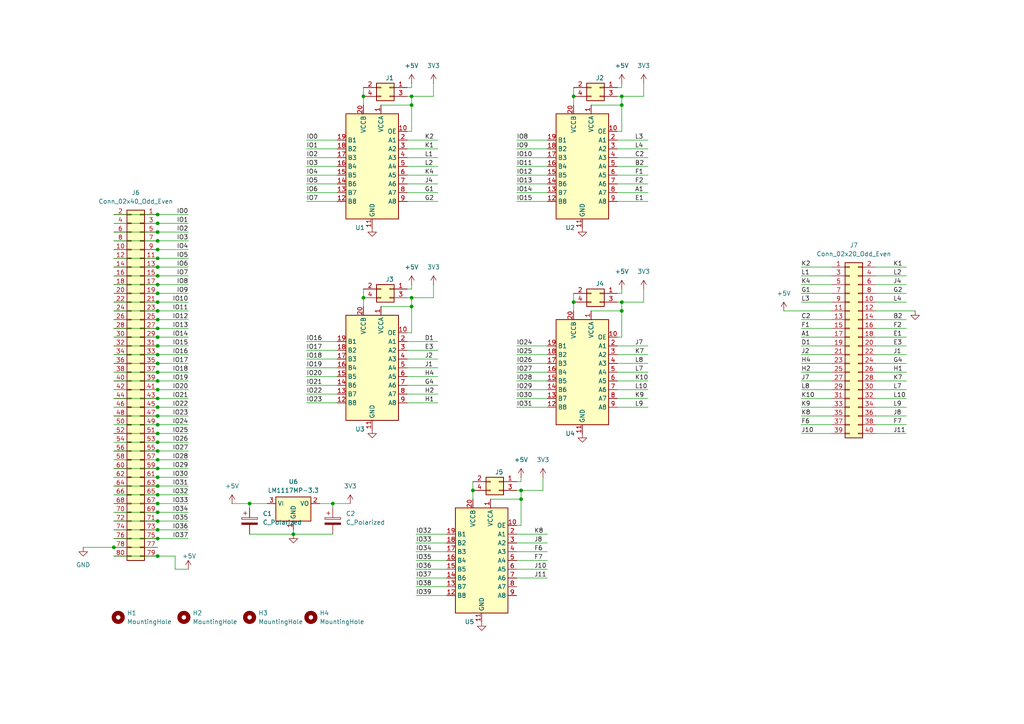
<source format=kicad_sch>
(kicad_sch (version 20250114) (generator "eeschema") (generator_version "9.0")
  (paper "A4")
  (lib_symbols
    (symbol "Connector_Generic:Conn_02x02_Odd_Even" (pin_names (offset 1.016) (hide yes))
      (property "Reference" "J" (at 1.27 2.54 0))
      (property "Value" "Conn_02x02_Odd_Even" (at 1.27 -5.08 0))
      (symbol "Conn_02x02_Odd_Even_1_1"
        (pin passive line (at -5.08 0 0) (length 3.81) (name "Pin_1") (number "1"))
        (pin passive line (at -5.08 -2.54 0) (length 3.81) (name "Pin_3") (number "3"))
        (pin passive line (at 7.62 0 180) (length 3.81) (name "Pin_2") (number "2"))
        (pin passive line (at 7.62 -2.54 180) (length 3.81) (name "Pin_4") (number "4"))
      )
    )
    (symbol "Connector_Generic:Conn_02x20_Odd_Even" (pin_names (offset 1.016) (hide yes))
      (property "Reference" "J" (at 1.27 25.4 0))
      (property "Value" "Conn_02x20_Odd_Even" (at 1.27 -27.94 0))
      (symbol "Conn_02x20_Odd_Even_1_1"
        (pin passive line (at -5.08 22.86 0) (length 3.81) (name "Pin_1") (number "1"))
        (pin passive line (at -5.08 20.32 0) (length 3.81) (name "Pin_3") (number "3"))
        (pin passive line (at -5.08 17.78 0) (length 3.81) (name "Pin_5") (number "5"))
        (pin passive line (at -5.08 15.24 0) (length 3.81) (name "Pin_7") (number "7"))
        (pin passive line (at -5.08 12.7 0) (length 3.81) (name "Pin_9") (number "9"))
        (pin passive line (at -5.08 10.16 0) (length 3.81) (name "Pin_11") (number "11"))
        (pin passive line (at -5.08 7.62 0) (length 3.81) (name "Pin_13") (number "13"))
        (pin passive line (at -5.08 5.08 0) (length 3.81) (name "Pin_15") (number "15"))
        (pin passive line (at -5.08 2.54 0) (length 3.81) (name "Pin_17") (number "17"))
        (pin passive line (at -5.08 0 0) (length 3.81) (name "Pin_19") (number "19"))
        (pin passive line (at -5.08 -2.54 0) (length 3.81) (name "Pin_21") (number "21"))
        (pin passive line (at -5.08 -5.08 0) (length 3.81) (name "Pin_23") (number "23"))
        (pin passive line (at -5.08 -7.62 0) (length 3.81) (name "Pin_25") (number "25"))
        (pin passive line (at -5.08 -10.16 0) (length 3.81) (name "Pin_27") (number "27"))
        (pin passive line (at -5.08 -12.7 0) (length 3.81) (name "Pin_29") (number "29"))
        (pin passive line (at -5.08 -15.24 0) (length 3.81) (name "Pin_31") (number "31"))
        (pin passive line (at -5.08 -17.78 0) (length 3.81) (name "Pin_33") (number "33"))
        (pin passive line (at -5.08 -20.32 0) (length 3.81) (name "Pin_35") (number "35"))
        (pin passive line (at -5.08 -22.86 0) (length 3.81) (name "Pin_37") (number "37"))
        (pin passive line (at -5.08 -25.4 0) (length 3.81) (name "Pin_39") (number "39"))
        (pin passive line (at 7.62 22.86 180) (length 3.81) (name "Pin_2") (number "2"))
        (pin passive line (at 7.62 20.32 180) (length 3.81) (name "Pin_4") (number "4"))
        (pin passive line (at 7.62 17.78 180) (length 3.81) (name "Pin_6") (number "6"))
        (pin passive line (at 7.62 15.24 180) (length 3.81) (name "Pin_8") (number "8"))
        (pin passive line (at 7.62 12.7 180) (length 3.81) (name "Pin_10") (number "10"))
        (pin passive line (at 7.62 10.16 180) (length 3.81) (name "Pin_12") (number "12"))
        (pin passive line (at 7.62 7.62 180) (length 3.81) (name "Pin_14") (number "14"))
        (pin passive line (at 7.62 5.08 180) (length 3.81) (name "Pin_16") (number "16"))
        (pin passive line (at 7.62 2.54 180) (length 3.81) (name "Pin_18") (number "18"))
        (pin passive line (at 7.62 0 180) (length 3.81) (name "Pin_20") (number "20"))
        (pin passive line (at 7.62 -2.54 180) (length 3.81) (name "Pin_22") (number "22"))
        (pin passive line (at 7.62 -5.08 180) (length 3.81) (name "Pin_24") (number "24"))
        (pin passive line (at 7.62 -7.62 180) (length 3.81) (name "Pin_26") (number "26"))
        (pin passive line (at 7.62 -10.16 180) (length 3.81) (name "Pin_28") (number "28"))
        (pin passive line (at 7.62 -12.7 180) (length 3.81) (name "Pin_30") (number "30"))
        (pin passive line (at 7.62 -15.24 180) (length 3.81) (name "Pin_32") (number "32"))
        (pin passive line (at 7.62 -17.78 180) (length 3.81) (name "Pin_34") (number "34"))
        (pin passive line (at 7.62 -20.32 180) (length 3.81) (name "Pin_36") (number "36"))
        (pin passive line (at 7.62 -22.86 180) (length 3.81) (name "Pin_38") (number "38"))
        (pin passive line (at 7.62 -25.4 180) (length 3.81) (name "Pin_40") (number "40"))
      )
    )
    (symbol "Connector_Generic:Conn_02x40_Odd_Even" (pin_names (offset 1.016) (hide yes))
      (property "Reference" "J" (at 1.27 50.8 0))
      (property "Value" "Conn_02x40_Odd_Even" (at 1.27 -53.34 0))
      (symbol "Conn_02x40_Odd_Even_1_1"
        (pin passive line (at -5.08 48.26 0) (length 3.81) (name "Pin_1") (number "1"))
        (pin passive line (at -5.08 45.72 0) (length 3.81) (name "Pin_3") (number "3"))
        (pin passive line (at -5.08 43.18 0) (length 3.81) (name "Pin_5") (number "5"))
        (pin passive line (at -5.08 40.64 0) (length 3.81) (name "Pin_7") (number "7"))
        (pin passive line (at -5.08 38.1 0) (length 3.81) (name "Pin_9") (number "9"))
        (pin passive line (at -5.08 35.56 0) (length 3.81) (name "Pin_11") (number "11"))
        (pin passive line (at -5.08 33.02 0) (length 3.81) (name "Pin_13") (number "13"))
        (pin passive line (at -5.08 30.48 0) (length 3.81) (name "Pin_15") (number "15"))
        (pin passive line (at -5.08 27.94 0) (length 3.81) (name "Pin_17") (number "17"))
        (pin passive line (at -5.08 25.4 0) (length 3.81) (name "Pin_19") (number "19"))
        (pin passive line (at -5.08 22.86 0) (length 3.81) (name "Pin_21") (number "21"))
        (pin passive line (at -5.08 20.32 0) (length 3.81) (name "Pin_23") (number "23"))
        (pin passive line (at -5.08 17.78 0) (length 3.81) (name "Pin_25") (number "25"))
        (pin passive line (at -5.08 15.24 0) (length 3.81) (name "Pin_27") (number "27"))
        (pin passive line (at -5.08 12.7 0) (length 3.81) (name "Pin_29") (number "29"))
        (pin passive line (at -5.08 10.16 0) (length 3.81) (name "Pin_31") (number "31"))
        (pin passive line (at -5.08 7.62 0) (length 3.81) (name "Pin_33") (number "33"))
        (pin passive line (at -5.08 5.08 0) (length 3.81) (name "Pin_35") (number "35"))
        (pin passive line (at -5.08 2.54 0) (length 3.81) (name "Pin_37") (number "37"))
        (pin passive line (at -5.08 0 0) (length 3.81) (name "Pin_39") (number "39"))
        (pin passive line (at -5.08 -2.54 0) (length 3.81) (name "Pin_41") (number "41"))
        (pin passive line (at -5.08 -5.08 0) (length 3.81) (name "Pin_43") (number "43"))
        (pin passive line (at -5.08 -7.62 0) (length 3.81) (name "Pin_45") (number "45"))
        (pin passive line (at -5.08 -10.16 0) (length 3.81) (name "Pin_47") (number "47"))
        (pin passive line (at -5.08 -12.7 0) (length 3.81) (name "Pin_49") (number "49"))
        (pin passive line (at -5.08 -15.24 0) (length 3.81) (name "Pin_51") (number "51"))
        (pin passive line (at -5.08 -17.78 0) (length 3.81) (name "Pin_53") (number "53"))
        (pin passive line (at -5.08 -20.32 0) (length 3.81) (name "Pin_55") (number "55"))
        (pin passive line (at -5.08 -22.86 0) (length 3.81) (name "Pin_57") (number "57"))
        (pin passive line (at -5.08 -25.4 0) (length 3.81) (name "Pin_59") (number "59"))
        (pin passive line (at -5.08 -27.94 0) (length 3.81) (name "Pin_61") (number "61"))
        (pin passive line (at -5.08 -30.48 0) (length 3.81) (name "Pin_63") (number "63"))
        (pin passive line (at -5.08 -33.02 0) (length 3.81) (name "Pin_65") (number "65"))
        (pin passive line (at -5.08 -35.56 0) (length 3.81) (name "Pin_67") (number "67"))
        (pin passive line (at -5.08 -38.1 0) (length 3.81) (name "Pin_69") (number "69"))
        (pin passive line (at -5.08 -40.64 0) (length 3.81) (name "Pin_71") (number "71"))
        (pin passive line (at -5.08 -43.18 0) (length 3.81) (name "Pin_73") (number "73"))
        (pin passive line (at -5.08 -45.72 0) (length 3.81) (name "Pin_75") (number "75"))
        (pin passive line (at -5.08 -48.26 0) (length 3.81) (name "Pin_77") (number "77"))
        (pin passive line (at -5.08 -50.8 0) (length 3.81) (name "Pin_79") (number "79"))
        (pin passive line (at 7.62 48.26 180) (length 3.81) (name "Pin_2") (number "2"))
        (pin passive line (at 7.62 45.72 180) (length 3.81) (name "Pin_4") (number "4"))
        (pin passive line (at 7.62 43.18 180) (length 3.81) (name "Pin_6") (number "6"))
        (pin passive line (at 7.62 40.64 180) (length 3.81) (name "Pin_8") (number "8"))
        (pin passive line (at 7.62 38.1 180) (length 3.81) (name "Pin_10") (number "10"))
        (pin passive line (at 7.62 35.56 180) (length 3.81) (name "Pin_12") (number "12"))
        (pin passive line (at 7.62 33.02 180) (length 3.81) (name "Pin_14") (number "14"))
        (pin passive line (at 7.62 30.48 180) (length 3.81) (name "Pin_16") (number "16"))
        (pin passive line (at 7.62 27.94 180) (length 3.81) (name "Pin_18") (number "18"))
        (pin passive line (at 7.62 25.4 180) (length 3.81) (name "Pin_20") (number "20"))
        (pin passive line (at 7.62 22.86 180) (length 3.81) (name "Pin_22") (number "22"))
        (pin passive line (at 7.62 20.32 180) (length 3.81) (name "Pin_24") (number "24"))
        (pin passive line (at 7.62 17.78 180) (length 3.81) (name "Pin_26") (number "26"))
        (pin passive line (at 7.62 15.24 180) (length 3.81) (name "Pin_28") (number "28"))
        (pin passive line (at 7.62 12.7 180) (length 3.81) (name "Pin_30") (number "30"))
        (pin passive line (at 7.62 10.16 180) (length 3.81) (name "Pin_32") (number "32"))
        (pin passive line (at 7.62 7.62 180) (length 3.81) (name "Pin_34") (number "34"))
        (pin passive line (at 7.62 5.08 180) (length 3.81) (name "Pin_36") (number "36"))
        (pin passive line (at 7.62 2.54 180) (length 3.81) (name "Pin_38") (number "38"))
        (pin passive line (at 7.62 0 180) (length 3.81) (name "Pin_40") (number "40"))
        (pin passive line (at 7.62 -2.54 180) (length 3.81) (name "Pin_42") (number "42"))
        (pin passive line (at 7.62 -5.08 180) (length 3.81) (name "Pin_44") (number "44"))
        (pin passive line (at 7.62 -7.62 180) (length 3.81) (name "Pin_46") (number "46"))
        (pin passive line (at 7.62 -10.16 180) (length 3.81) (name "Pin_48") (number "48"))
        (pin passive line (at 7.62 -12.7 180) (length 3.81) (name "Pin_50") (number "50"))
        (pin passive line (at 7.62 -15.24 180) (length 3.81) (name "Pin_52") (number "52"))
        (pin passive line (at 7.62 -17.78 180) (length 3.81) (name "Pin_54") (number "54"))
        (pin passive line (at 7.62 -20.32 180) (length 3.81) (name "Pin_56") (number "56"))
        (pin passive line (at 7.62 -22.86 180) (length 3.81) (name "Pin_58") (number "58"))
        (pin passive line (at 7.62 -25.4 180) (length 3.81) (name "Pin_60") (number "60"))
        (pin passive line (at 7.62 -27.94 180) (length 3.81) (name "Pin_62") (number "62"))
        (pin passive line (at 7.62 -30.48 180) (length 3.81) (name "Pin_64") (number "64"))
        (pin passive line (at 7.62 -33.02 180) (length 3.81) (name "Pin_66") (number "66"))
        (pin passive line (at 7.62 -35.56 180) (length 3.81) (name "Pin_68") (number "68"))
        (pin passive line (at 7.62 -38.1 180) (length 3.81) (name "Pin_70") (number "70"))
        (pin passive line (at 7.62 -40.64 180) (length 3.81) (name "Pin_72") (number "72"))
        (pin passive line (at 7.62 -43.18 180) (length 3.81) (name "Pin_74") (number "74"))
        (pin passive line (at 7.62 -45.72 180) (length 3.81) (name "Pin_76") (number "76"))
        (pin passive line (at 7.62 -48.26 180) (length 3.81) (name "Pin_78") (number "78"))
        (pin passive line (at 7.62 -50.8 180) (length 3.81) (name "Pin_80") (number "80"))
      )
    )
    (symbol "Device:C_Polarized" (pin_numbers (hide yes)) (pin_names (offset 0.254))
      (property "Reference" "C" (at 0.635 2.54 0))
      (property "Value" "C_Polarized" (at 0.635 -2.54 0))
      (symbol "C_Polarized_1_1"
        (pin passive line (at 0 3.81 270) (length 2.794) (name "~") (number "1"))
        (pin passive line (at 0 -3.81 90) (length 2.794) (name "~") (number "2"))
      )
    )
    (symbol "Library:Level_Shifter_Module_HW-221"
      (property "Reference" "U" (at -6.35 16.51 0))
      (property "Value" "Level_Shifter_Module_HW-221" (at 3.81 16.51 0))
      (symbol "Level_Shifter_Module_HW-221_1_1"
        (pin input line (at -10.16 10.16 0) (length 2.54) (name "OE") (number "10"))
        (pin bidirectional line (at -10.16 7.62 0) (length 2.54) (name "A1") (number "2"))
        (pin bidirectional line (at -10.16 5.08 0) (length 2.54) (name "A2") (number "3"))
        (pin bidirectional line (at -10.16 2.54 0) (length 2.54) (name "A3") (number "4"))
        (pin bidirectional line (at -10.16 0 0) (length 2.54) (name "A4") (number "5"))
        (pin bidirectional line (at -10.16 -2.54 0) (length 2.54) (name "A5") (number "6"))
        (pin bidirectional line (at -10.16 -5.08 0) (length 2.54) (name "A6") (number "7"))
        (pin bidirectional line (at -10.16 -7.62 0) (length 2.54) (name "A7") (number "8"))
        (pin bidirectional line (at -10.16 -10.16 0) (length 2.54) (name "A8") (number "9"))
        (pin power_in line (at -2.54 17.78 270) (length 2.54) (name "VCCA") (number "1"))
        (pin power_in line (at 0 -17.78 90) (length 2.54) (name "GND") (number "11"))
        (pin power_in line (at 2.54 17.78 270) (length 2.54) (name "VCCB") (number "20"))
        (pin bidirectional line (at 10.16 7.62 180) (length 2.54) (name "B1") (number "19"))
        (pin bidirectional line (at 10.16 5.08 180) (length 2.54) (name "B2") (number "18"))
        (pin bidirectional line (at 10.16 2.54 180) (length 2.54) (name "B3") (number "17"))
        (pin bidirectional line (at 10.16 0 180) (length 2.54) (name "B4") (number "16"))
        (pin bidirectional line (at 10.16 -2.54 180) (length 2.54) (name "B5") (number "15"))
        (pin bidirectional line (at 10.16 -5.08 180) (length 2.54) (name "B6") (number "14"))
        (pin bidirectional line (at 10.16 -7.62 180) (length 2.54) (name "B7") (number "13"))
        (pin bidirectional line (at 10.16 -10.16 180) (length 2.54) (name "B8") (number "12"))
      )
    )
    (symbol "Mechanical:MountingHole" (pin_names (offset 1.016)) (exclude_from_sim yes) (in_bom no)
      (property "Reference" "H" (at 0 5.08 0))
      (property "Value" "MountingHole" (at 0 3.175 0))
    )
    (symbol "Regulator_Linear:LM1117MP-3.3"
      (property "Reference" "U" (at -3.81 3.175 0))
      (property "Value" "LM1117MP-3.3" (at 0 3.175 0))
      (symbol "LM1117MP-3.3_1_1"
        (pin power_in line (at -7.62 0 0) (length 2.54) (name "VI") (number "3"))
        (pin power_in line (at 0 -7.62 90) (length 2.54) (name "GND") (number "1"))
        (pin power_out line (at 7.62 0 180) (length 2.54) (name "VO") (number "2"))
      )
    )
    (symbol "power:GND" (power) (pin_numbers (hide yes)) (pin_names (offset 0) (hide yes))
      (property "Value" "GND" (at 0 -3.81 0))
      (symbol "GND_1_1"
        (pin power_in line (at 0 0 270) (length 0) (name "~") (number "1"))
      )
    )
    (symbol "power:VCC" (power) (pin_numbers (hide yes)) (pin_names (offset 0) (hide yes))
      (property "Value" "VCC" (at 0 3.556 0))
      (symbol "VCC_1_1"
        (pin power_in line (at 0 0 90) (length 0) (name "~") (number "1"))
      )
    )
  )
  (junction (at 45.72 90.17))
  (junction (at 45.72 97.79))
  (junction (at 85.09 154.94))
  (junction (at 45.72 74.93))
  (junction (at 45.72 118.11))
  (junction (at 45.72 80.01))
  (junction (at 180.34 87.63))
  (junction (at 45.72 138.43))
  (junction (at 45.72 87.63))
  (junction (at 45.72 105.41))
  (junction (at 45.72 92.71))
  (junction (at 166.37 87.63))
  (junction (at 45.72 120.65))
  (junction (at 180.34 27.94))
  (junction (at 45.72 62.23))
  (junction (at 166.37 27.94))
  (junction (at 45.72 100.33))
  (junction (at 45.72 72.39))
  (junction (at 45.72 102.87))
  (junction (at 180.34 90.17))
  (junction (at 45.72 151.13))
  (junction (at 119.38 30.48))
  (junction (at 151.13 142.24))
  (junction (at 45.72 156.21))
  (junction (at 45.72 107.95))
  (junction (at 45.72 146.05))
  (junction (at 45.72 130.81))
  (junction (at 45.72 135.89))
  (junction (at 33.02 158.75))
  (junction (at 45.72 140.97))
  (junction (at 45.72 125.73))
  (junction (at 119.38 86.36))
  (junction (at 45.72 128.27))
  (junction (at 45.72 123.19))
  (junction (at 45.72 113.03))
  (junction (at 45.72 161.29))
  (junction (at 45.72 64.77))
  (junction (at 45.72 133.35))
  (junction (at 45.72 115.57))
  (junction (at 45.72 85.09))
  (junction (at 45.72 95.25))
  (junction (at 45.72 143.51))
  (junction (at 137.16 142.24))
  (junction (at 105.41 86.36))
  (junction (at 45.72 110.49))
  (junction (at 45.72 82.55))
  (junction (at 72.39 146.05))
  (junction (at 96.52 146.05))
  (junction (at 151.13 144.78))
  (junction (at 45.72 67.31))
  (junction (at 45.72 69.85))
  (junction (at 119.38 88.9))
  (junction (at 180.34 30.48))
  (junction (at 45.72 77.47))
  (junction (at 45.72 148.59))
  (junction (at 105.41 27.94))
  (junction (at 119.38 27.94))
  (junction (at 45.72 153.67))
  (wire (pts (xy 118.11 55.88) (xy 127 55.88)))
  (wire (pts (xy 33.02 161.29) (xy 45.72 161.29)))
  (wire (pts (xy 88.9 99.06) (xy 97.79 99.06)))
  (wire (pts (xy 33.02 158.75) (xy 45.72 158.75)))
  (wire (pts (xy 179.07 50.8) (xy 187.96 50.8)))
  (wire (pts (xy 180.34 85.09) (xy 180.34 83.82)))
  (wire (pts (xy 72.39 154.94) (xy 85.09 154.94)))
  (wire (pts (xy 179.07 97.79) (xy 180.34 97.79)))
  (wire (pts (xy 179.07 58.42) (xy 187.96 58.42)))
  (wire (pts (xy 232.41 110.49) (xy 241.3 110.49)))
  (wire (pts (xy 149.86 160.02) (xy 158.75 160.02)))
  (wire (pts (xy 54.61 80.01) (xy 45.72 80.01)))
  (wire (pts (xy 33.02 102.87) (xy 45.72 102.87)))
  (wire (pts (xy 179.07 102.87) (xy 187.96 102.87)))
  (wire (pts (xy 118.11 111.76) (xy 127 111.76)))
  (wire (pts (xy 118.11 114.3) (xy 127 114.3)))
  (wire (pts (xy 254 87.63) (xy 262.89 87.63)))
  (wire (pts (xy 88.9 40.64) (xy 97.79 40.64)))
  (wire (pts (xy 54.61 151.13) (xy 45.72 151.13)))
  (wire (pts (xy 179.07 118.11) (xy 187.96 118.11)))
  (wire (pts (xy 33.02 64.77) (xy 45.72 64.77)))
  (wire (pts (xy 118.11 58.42) (xy 127 58.42)))
  (wire (pts (xy 54.61 118.11) (xy 45.72 118.11)))
  (wire (pts (xy 54.61 133.35) (xy 45.72 133.35)))
  (wire (pts (xy 179.07 48.26) (xy 187.96 48.26)))
  (wire (pts (xy 118.11 99.06) (xy 127 99.06)))
  (wire (pts (xy 33.02 135.89) (xy 45.72 135.89)))
  (wire (pts (xy 50.8 161.29) (xy 50.8 165.1)))
  (wire (pts (xy 54.61 67.31) (xy 45.72 67.31)))
  (wire (pts (xy 171.45 90.17) (xy 180.34 90.17)))
  (wire (pts (xy 232.41 82.55) (xy 241.3 82.55)))
  (wire (pts (xy 118.11 83.82) (xy 119.38 83.82)))
  (wire (pts (xy 166.37 85.09) (xy 166.37 87.63)))
  (wire (pts (xy 179.07 115.57) (xy 187.96 115.57)))
  (wire (pts (xy 33.02 151.13) (xy 45.72 151.13)))
  (wire (pts (xy 149.86 55.88) (xy 158.75 55.88)))
  (wire (pts (xy 142.24 144.78) (xy 151.13 144.78)))
  (wire (pts (xy 33.02 87.63) (xy 45.72 87.63)))
  (wire (pts (xy 149.86 100.33) (xy 158.75 100.33)))
  (wire (pts (xy 180.34 27.94) (xy 186.69 27.94)))
  (wire (pts (xy 88.9 111.76) (xy 97.79 111.76)))
  (wire (pts (xy 110.49 30.48) (xy 119.38 30.48)))
  (wire (pts (xy 120.65 167.64) (xy 129.54 167.64)))
  (wire (pts (xy 118.11 40.64) (xy 127 40.64)))
  (wire (pts (xy 33.02 69.85) (xy 45.72 69.85)))
  (wire (pts (xy 232.41 123.19) (xy 241.3 123.19)))
  (wire (pts (xy 88.9 101.6) (xy 97.79 101.6)))
  (wire (pts (xy 166.37 90.17) (xy 166.37 87.63)))
  (wire (pts (xy 118.11 50.8) (xy 127 50.8)))
  (wire (pts (xy 54.61 148.59) (xy 45.72 148.59)))
  (wire (pts (xy 33.02 90.17) (xy 45.72 90.17)))
  (wire (pts (xy 180.34 30.48) (xy 180.34 27.94)))
  (wire (pts (xy 149.86 142.24) (xy 151.13 142.24)))
  (wire (pts (xy 33.02 115.57) (xy 45.72 115.57)))
  (wire (pts (xy 33.02 148.59) (xy 45.72 148.59)))
  (wire (pts (xy 33.02 67.31) (xy 45.72 67.31)))
  (wire (pts (xy 67.31 146.05) (xy 72.39 146.05)))
  (wire (pts (xy 33.02 118.11) (xy 45.72 118.11)))
  (wire (pts (xy 33.02 82.55) (xy 45.72 82.55)))
  (wire (pts (xy 120.65 170.18) (xy 129.54 170.18)))
  (wire (pts (xy 149.86 53.34) (xy 158.75 53.34)))
  (wire (pts (xy 179.07 53.34) (xy 187.96 53.34)))
  (wire (pts (xy 33.02 92.71) (xy 45.72 92.71)))
  (wire (pts (xy 54.61 138.43) (xy 45.72 138.43)))
  (wire (pts (xy 254 107.95) (xy 262.89 107.95)))
  (wire (pts (xy 33.02 85.09) (xy 45.72 85.09)))
  (wire (pts (xy 254 80.01) (xy 262.89 80.01)))
  (wire (pts (xy 166.37 25.4) (xy 166.37 27.94)))
  (wire (pts (xy 232.41 95.25) (xy 241.3 95.25)))
  (wire (pts (xy 180.34 25.4) (xy 180.34 24.13)))
  (wire (pts (xy 137.16 144.78) (xy 137.16 142.24)))
  (wire (pts (xy 125.73 24.13) (xy 125.73 27.94)))
  (wire (pts (xy 254 97.79) (xy 262.89 97.79)))
  (wire (pts (xy 254 113.03) (xy 262.89 113.03)))
  (wire (pts (xy 179.07 40.64) (xy 187.96 40.64)))
  (wire (pts (xy 33.02 120.65) (xy 45.72 120.65)))
  (wire (pts (xy 149.86 157.48) (xy 158.75 157.48)))
  (wire (pts (xy 85.09 154.94) (xy 96.52 154.94)))
  (wire (pts (xy 179.07 100.33) (xy 187.96 100.33)))
  (wire (pts (xy 119.38 88.9) (xy 119.38 86.36)))
  (wire (pts (xy 179.07 27.94) (xy 180.34 27.94)))
  (wire (pts (xy 118.11 109.22) (xy 127 109.22)))
  (wire (pts (xy 157.48 138.43) (xy 157.48 142.24)))
  (wire (pts (xy 33.02 95.25) (xy 45.72 95.25)))
  (wire (pts (xy 186.69 83.82) (xy 186.69 87.63)))
  (wire (pts (xy 149.86 105.41) (xy 158.75 105.41)))
  (wire (pts (xy 54.61 87.63) (xy 45.72 87.63)))
  (wire (pts (xy 33.02 156.21) (xy 45.72 156.21)))
  (wire (pts (xy 180.34 90.17) (xy 180.34 87.63)))
  (wire (pts (xy 120.65 162.56) (xy 129.54 162.56)))
  (wire (pts (xy 254 95.25) (xy 262.89 95.25)))
  (wire (pts (xy 72.39 146.05) (xy 77.47 146.05)))
  (wire (pts (xy 33.02 110.49) (xy 45.72 110.49)))
  (wire (pts (xy 33.02 128.27) (xy 45.72 128.27)))
  (wire (pts (xy 54.61 85.09) (xy 45.72 85.09)))
  (wire (pts (xy 119.38 25.4) (xy 119.38 24.13)))
  (wire (pts (xy 254 85.09) (xy 262.89 85.09)))
  (wire (pts (xy 54.61 105.41) (xy 45.72 105.41)))
  (wire (pts (xy 33.02 107.95) (xy 45.72 107.95)))
  (wire (pts (xy 54.61 69.85) (xy 45.72 69.85)))
  (wire (pts (xy 119.38 27.94) (xy 125.73 27.94)))
  (wire (pts (xy 54.61 125.73) (xy 45.72 125.73)))
  (wire (pts (xy 45.72 92.71) (xy 54.61 92.71)))
  (wire (pts (xy 54.61 123.19) (xy 45.72 123.19)))
  (wire (pts (xy 227.33 90.17) (xy 241.3 90.17)))
  (wire (pts (xy 88.9 50.8) (xy 97.79 50.8)))
  (wire (pts (xy 105.41 30.48) (xy 105.41 27.94)))
  (wire (pts (xy 96.52 146.05) (xy 101.6 146.05)))
  (wire (pts (xy 33.02 113.03) (xy 45.72 113.03)))
  (wire (pts (xy 149.86 118.11) (xy 158.75 118.11)))
  (wire (pts (xy 33.02 62.23) (xy 45.72 62.23)))
  (wire (pts (xy 166.37 30.48) (xy 166.37 27.94)))
  (wire (pts (xy 54.61 62.23) (xy 45.72 62.23)))
  (wire (pts (xy 179.07 43.18) (xy 187.96 43.18)))
  (wire (pts (xy 151.13 139.7) (xy 151.13 138.43)))
  (wire (pts (xy 179.07 87.63) (xy 180.34 87.63)))
  (wire (pts (xy 54.61 74.93) (xy 45.72 74.93)))
  (wire (pts (xy 33.02 138.43) (xy 45.72 138.43)))
  (wire (pts (xy 125.73 82.55) (xy 125.73 86.36)))
  (wire (pts (xy 88.9 55.88) (xy 97.79 55.88)))
  (wire (pts (xy 72.39 146.05) (xy 72.39 147.32)))
  (wire (pts (xy 254 77.47) (xy 262.89 77.47)))
  (wire (pts (xy 118.11 48.26) (xy 127 48.26)))
  (wire (pts (xy 119.38 88.9) (xy 119.38 96.52)))
  (wire (pts (xy 120.65 172.72) (xy 129.54 172.72)))
  (wire (pts (xy 118.11 45.72) (xy 127 45.72)))
  (wire (pts (xy 45.72 161.29) (xy 50.8 161.29)))
  (wire (pts (xy 105.41 83.82) (xy 105.41 86.36)))
  (wire (pts (xy 54.61 156.21) (xy 45.72 156.21)))
  (wire (pts (xy 232.41 107.95) (xy 241.3 107.95)))
  (wire (pts (xy 54.61 72.39) (xy 45.72 72.39)))
  (wire (pts (xy 118.11 25.4) (xy 119.38 25.4)))
  (wire (pts (xy 232.41 100.33) (xy 241.3 100.33)))
  (wire (pts (xy 232.41 115.57) (xy 241.3 115.57)))
  (wire (pts (xy 149.86 107.95) (xy 158.75 107.95)))
  (wire (pts (xy 151.13 142.24) (xy 157.48 142.24)))
  (wire (pts (xy 179.07 45.72) (xy 187.96 45.72)))
  (wire (pts (xy 50.8 165.1) (xy 54.61 165.1)))
  (wire (pts (xy 54.61 102.87) (xy 45.72 102.87)))
  (wire (pts (xy 88.9 114.3) (xy 97.79 114.3)))
  (wire (pts (xy 149.86 110.49) (xy 158.75 110.49)))
  (wire (pts (xy 180.34 30.48) (xy 180.34 38.1)))
  (wire (pts (xy 232.41 105.41) (xy 241.3 105.41)))
  (wire (pts (xy 179.07 110.49) (xy 187.96 110.49)))
  (wire (pts (xy 33.02 153.67) (xy 45.72 153.67)))
  (wire (pts (xy 151.13 144.78) (xy 151.13 152.4)))
  (wire (pts (xy 24.13 158.75) (xy 33.02 158.75)))
  (wire (pts (xy 54.61 128.27) (xy 45.72 128.27)))
  (wire (pts (xy 33.02 140.97) (xy 45.72 140.97)))
  (wire (pts (xy 118.11 38.1) (xy 119.38 38.1)))
  (wire (pts (xy 119.38 30.48) (xy 119.38 38.1)))
  (wire (pts (xy 254 125.73) (xy 262.89 125.73)))
  (wire (pts (xy 254 102.87) (xy 262.89 102.87)))
  (wire (pts (xy 232.41 118.11) (xy 241.3 118.11)))
  (wire (pts (xy 54.61 82.55) (xy 45.72 82.55)))
  (wire (pts (xy 179.07 55.88) (xy 187.96 55.88)))
  (wire (pts (xy 88.9 109.22) (xy 97.79 109.22)))
  (wire (pts (xy 118.11 106.68) (xy 127 106.68)))
  (wire (pts (xy 232.41 97.79) (xy 241.3 97.79)))
  (wire (pts (xy 149.86 48.26) (xy 158.75 48.26)))
  (wire (pts (xy 88.9 48.26) (xy 97.79 48.26)))
  (wire (pts (xy 179.07 107.95) (xy 187.96 107.95)))
  (wire (pts (xy 33.02 74.93) (xy 45.72 74.93)))
  (wire (pts (xy 118.11 53.34) (xy 127 53.34)))
  (wire (pts (xy 254 115.57) (xy 262.89 115.57)))
  (wire (pts (xy 88.9 106.68) (xy 97.79 106.68)))
  (wire (pts (xy 119.38 83.82) (xy 119.38 82.55)))
  (wire (pts (xy 110.49 88.9) (xy 119.38 88.9)))
  (wire (pts (xy 54.61 115.57) (xy 45.72 115.57)))
  (wire (pts (xy 54.61 110.49) (xy 45.72 110.49)))
  (wire (pts (xy 118.11 27.94) (xy 119.38 27.94)))
  (wire (pts (xy 149.86 165.1) (xy 158.75 165.1)))
  (wire (pts (xy 254 105.41) (xy 262.89 105.41)))
  (wire (pts (xy 118.11 101.6) (xy 127 101.6)))
  (wire (pts (xy 118.11 104.14) (xy 127 104.14)))
  (wire (pts (xy 33.02 125.73) (xy 45.72 125.73)))
  (wire (pts (xy 149.86 102.87) (xy 158.75 102.87)))
  (wire (pts (xy 149.86 50.8) (xy 158.75 50.8)))
  (wire (pts (xy 33.02 130.81) (xy 45.72 130.81)))
  (wire (pts (xy 54.61 153.67) (xy 45.72 153.67)))
  (wire (pts (xy 232.41 125.73) (xy 241.3 125.73)))
  (wire (pts (xy 88.9 53.34) (xy 97.79 53.34)))
  (wire (pts (xy 254 100.33) (xy 262.89 100.33)))
  (wire (pts (xy 118.11 96.52) (xy 119.38 96.52)))
  (wire (pts (xy 179.07 113.03) (xy 187.96 113.03)))
  (wire (pts (xy 254 90.17) (xy 265.43 90.17)))
  (wire (pts (xy 54.61 120.65) (xy 45.72 120.65)))
  (wire (pts (xy 88.9 116.84) (xy 97.79 116.84)))
  (wire (pts (xy 151.13 144.78) (xy 151.13 142.24)))
  (wire (pts (xy 119.38 86.36) (xy 125.73 86.36)))
  (wire (pts (xy 149.86 43.18) (xy 158.75 43.18)))
  (wire (pts (xy 149.86 58.42) (xy 158.75 58.42)))
  (wire (pts (xy 232.41 80.01) (xy 241.3 80.01)))
  (wire (pts (xy 171.45 30.48) (xy 180.34 30.48)))
  (wire (pts (xy 120.65 165.1) (xy 129.54 165.1)))
  (wire (pts (xy 232.41 92.71) (xy 241.3 92.71)))
  (wire (pts (xy 33.02 133.35) (xy 45.72 133.35)))
  (wire (pts (xy 54.61 77.47) (xy 45.72 77.47)))
  (wire (pts (xy 119.38 30.48) (xy 119.38 27.94)))
  (wire (pts (xy 120.65 157.48) (xy 129.54 157.48)))
  (wire (pts (xy 254 110.49) (xy 262.89 110.49)))
  (wire (pts (xy 149.86 139.7) (xy 151.13 139.7)))
  (wire (pts (xy 232.41 102.87) (xy 241.3 102.87)))
  (wire (pts (xy 33.02 146.05) (xy 45.72 146.05)))
  (wire (pts (xy 54.61 135.89) (xy 45.72 135.89)))
  (wire (pts (xy 254 118.11) (xy 262.89 118.11)))
  (wire (pts (xy 180.34 87.63) (xy 186.69 87.63)))
  (wire (pts (xy 33.02 77.47) (xy 45.72 77.47)))
  (wire (pts (xy 254 123.19) (xy 262.89 123.19)))
  (wire (pts (xy 54.61 90.17) (xy 45.72 90.17)))
  (wire (pts (xy 54.61 97.79) (xy 45.72 97.79)))
  (wire (pts (xy 54.61 95.25) (xy 45.72 95.25)))
  (wire (pts (xy 54.61 113.03) (xy 45.72 113.03)))
  (wire (pts (xy 137.16 139.7) (xy 137.16 142.24)))
  (wire (pts (xy 88.9 43.18) (xy 97.79 43.18)))
  (wire (pts (xy 232.41 113.03) (xy 241.3 113.03)))
  (wire (pts (xy 149.86 154.94) (xy 158.75 154.94)))
  (wire (pts (xy 105.41 25.4) (xy 105.41 27.94)))
  (wire (pts (xy 149.86 113.03) (xy 158.75 113.03)))
  (wire (pts (xy 88.9 58.42) (xy 97.79 58.42)))
  (wire (pts (xy 149.86 152.4) (xy 151.13 152.4)))
  (wire (pts (xy 33.02 143.51) (xy 45.72 143.51)))
  (wire (pts (xy 254 82.55) (xy 262.89 82.55)))
  (wire (pts (xy 85.09 153.67) (xy 85.09 154.94)))
  (wire (pts (xy 88.9 45.72) (xy 97.79 45.72)))
  (wire (pts (xy 186.69 24.13) (xy 186.69 27.94)))
  (wire (pts (xy 105.41 88.9) (xy 105.41 86.36)))
  (wire (pts (xy 232.41 87.63) (xy 241.3 87.63)))
  (wire (pts (xy 179.07 105.41) (xy 187.96 105.41)))
  (wire (pts (xy 118.11 43.18) (xy 127 43.18)))
  (wire (pts (xy 54.61 143.51) (xy 45.72 143.51)))
  (wire (pts (xy 54.61 64.77) (xy 45.72 64.77)))
  (wire (pts (xy 118.11 116.84) (xy 127 116.84)))
  (wire (pts (xy 54.61 130.81) (xy 45.72 130.81)))
  (wire (pts (xy 120.65 160.02) (xy 129.54 160.02)))
  (wire (pts (xy 120.65 154.94) (xy 129.54 154.94)))
  (wire (pts (xy 118.11 86.36) (xy 119.38 86.36)))
  (wire (pts (xy 33.02 123.19) (xy 45.72 123.19)))
  (wire (pts (xy 149.86 45.72) (xy 158.75 45.72)))
  (wire (pts (xy 54.61 140.97) (xy 45.72 140.97)))
  (wire (pts (xy 232.41 85.09) (xy 241.3 85.09)))
  (wire (pts (xy 179.07 38.1) (xy 180.34 38.1)))
  (wire (pts (xy 33.02 80.01) (xy 45.72 80.01)))
  (wire (pts (xy 33.02 72.39) (xy 45.72 72.39)))
  (wire (pts (xy 232.41 120.65) (xy 241.3 120.65)))
  (wire (pts (xy 88.9 104.14) (xy 97.79 104.14)))
  (wire (pts (xy 54.61 107.95) (xy 45.72 107.95)))
  (wire (pts (xy 179.07 25.4) (xy 180.34 25.4)))
  (wire (pts (xy 54.61 100.33) (xy 45.72 100.33)))
  (wire (pts (xy 254 92.71) (xy 262.89 92.71)))
  (wire (pts (xy 54.61 146.05) (xy 45.72 146.05)))
  (wire (pts (xy 92.71 146.05) (xy 96.52 146.05)))
  (wire (pts (xy 232.41 77.47) (xy 241.3 77.47)))
  (wire (pts (xy 33.02 100.33) (xy 45.72 100.33)))
  (wire (pts (xy 180.34 90.17) (xy 180.34 97.79)))
  (wire (pts (xy 254 120.65) (xy 262.89 120.65)))
  (wire (pts (xy 96.52 146.05) (xy 96.52 147.32)))
  (wire (pts (xy 149.86 40.64) (xy 158.75 40.64)))
  (wire (pts (xy 33.02 105.41) (xy 45.72 105.41)))
  (wire (pts (xy 149.86 162.56) (xy 158.75 162.56)))
  (wire (pts (xy 33.02 97.79) (xy 45.72 97.79)))
  (wire (pts (xy 149.86 167.64) (xy 158.75 167.64)))
  (wire (pts (xy 149.86 115.57) (xy 158.75 115.57)))
  (wire (pts (xy 179.07 85.09) (xy 180.34 85.09)))
  (label "IO36" (at 54.61 153.67 180))
  (label "F6" (at 232.41 123.19 0))
  (label "IO17" (at 88.9 101.6 0))
  (label "IO20" (at 54.61 113.03 180))
  (label "IO39" (at 120.65 172.72 0))
  (label "IO6" (at 88.9 55.88 0))
  (label "IO22" (at 54.61 118.11 180))
  (label "K7" (at 184.15 102.87 0))
  (label "K1" (at 123.19 43.18 0))
  (label "IO30" (at 54.61 138.43 180))
  (label "IO17" (at 54.61 105.41 180))
  (label "IO19" (at 88.9 106.68 0))
  (label "IO30" (at 149.86 115.57 0))
  (label "IO25" (at 54.61 125.73 180))
  (label "IO28" (at 149.86 110.49 0))
  (label "IO24" (at 54.61 123.19 180))
  (label "IO21" (at 88.9 111.76 0))
  (label "L4" (at 184.15 43.18 0))
  (label "IO23" (at 88.9 116.84 0))
  (label "E3" (at 259.08 100.33 0))
  (label "IO5" (at 54.61 74.93 180))
  (label "L1" (at 232.41 80.01 0))
  (label "L3" (at 184.15 40.64 0))
  (label "IO27" (at 149.86 107.95 0))
  (label "IO35" (at 54.61 151.13 180))
  (label "K8" (at 154.94 154.94 0))
  (label "H2" (at 123.19 114.3 0))
  (label "C2" (at 232.41 92.71 0))
  (label "IO32" (at 54.61 143.51 180))
  (label "J4" (at 259.08 82.55 0))
  (label "K1" (at 259.08 77.47 0))
  (label "IO25" (at 149.86 102.87 0))
  (label "J7" (at 184.15 100.33 0))
  (label "J8" (at 154.94 157.48 0))
  (label "IO33" (at 120.65 157.48 0))
  (label "IO28" (at 54.61 133.35 180))
  (label "A1" (at 184.15 55.88 0))
  (label "IO29" (at 149.86 113.03 0))
  (label "IO38" (at 120.65 170.18 0))
  (label "IO24" (at 149.86 100.33 0))
  (label "IO10" (at 149.86 45.72 0))
  (label "J10" (at 232.41 125.73 0))
  (label "G4" (at 259.08 105.41 0))
  (label "IO21" (at 54.61 115.57 180))
  (label "IO12" (at 54.61 92.71 180))
  (label "IO32" (at 120.65 154.94 0))
  (label "J8" (at 259.08 120.65 0))
  (label "L8" (at 232.41 113.03 0))
  (label "IO34" (at 120.65 160.02 0))
  (label "L1" (at 123.19 45.72 0))
  (label "K4" (at 232.41 82.55 0))
  (label "K9" (at 232.41 118.11 0))
  (label "IO8" (at 149.86 40.64 0))
  (label "IO29" (at 54.61 135.89 180))
  (label "K4" (at 123.19 50.8 0))
  (label "H4" (at 123.19 109.22 0))
  (label "IO19" (at 54.61 110.49 180))
  (label "B2" (at 259.08 92.71 0))
  (label "B2" (at 184.15 48.26 0))
  (label "D1" (at 232.41 100.33 0))
  (label "J7" (at 232.41 110.49 0))
  (label "IO0" (at 54.61 62.23 180))
  (label "K2" (at 232.41 77.47 0))
  (label "IO11" (at 149.86 48.26 0))
  (label "C2" (at 184.15 45.72 0))
  (label "IO3" (at 54.61 69.85 180))
  (label "IO13" (at 149.86 53.34 0))
  (label "IO2" (at 54.61 67.31 180))
  (label "L9" (at 184.15 118.11 0))
  (label "J10" (at 154.94 165.1 0))
  (label "IO31" (at 54.61 140.97 180))
  (label "L7" (at 184.15 107.95 0))
  (label "L10" (at 259.08 115.57 0))
  (label "IO18" (at 88.9 104.14 0))
  (label "E3" (at 123.19 101.6 0))
  (label "IO12" (at 149.86 50.8 0))
  (label "J11" (at 154.94 167.64 0))
  (label "IO8" (at 54.61 82.55 180))
  (label "J2" (at 232.41 102.87 0))
  (label "IO1" (at 54.61 64.77 180))
  (label "L3" (at 232.41 87.63 0))
  (label "H2" (at 232.41 107.95 0))
  (label "IO16" (at 54.61 102.87 180))
  (label "IO1" (at 88.9 43.18 0))
  (label "K9" (at 184.15 115.57 0))
  (label "IO14" (at 54.61 97.79 180))
  (label "IO14" (at 149.86 55.88 0))
  (label "K8" (at 232.41 120.65 0))
  (label "L2" (at 259.08 80.01 0))
  (label "IO35" (at 120.65 162.56 0))
  (label "K10" (at 184.15 110.49 0))
  (label "J2" (at 123.19 104.14 0))
  (label "J11" (at 259.08 125.73 0))
  (label "IO13" (at 54.61 95.25 180))
  (label "H1" (at 123.19 116.84 0))
  (label "J4" (at 123.19 53.34 0))
  (label "IO33" (at 54.61 146.05 180))
  (label "L7" (at 259.08 113.03 0))
  (label "IO4" (at 54.61 72.39 180))
  (label "IO15" (at 149.86 58.42 0))
  (label "L4" (at 259.08 87.63 0))
  (label "J1" (at 259.08 102.87 0))
  (label "G2" (at 123.19 58.42 0))
  (label "IO7" (at 54.61 80.01 180))
  (label "H4" (at 232.41 105.41 0))
  (label "A1" (at 232.41 97.79 0))
  (label "IO23" (at 54.61 120.65 180))
  (label "L2" (at 123.19 48.26 0))
  (label "IO4" (at 88.9 50.8 0))
  (label "H1" (at 259.08 107.95 0))
  (label "G1" (at 123.19 55.88 0))
  (label "IO31" (at 149.86 118.11 0))
  (label "F1" (at 184.15 50.8 0))
  (label "L10" (at 184.15 113.03 0))
  (label "IO0" (at 88.9 40.64 0))
  (label "IO37" (at 120.65 167.64 0))
  (label "IO36" (at 120.65 165.1 0))
  (label "D1" (at 123.19 99.06 0))
  (label "L8" (at 184.15 105.41 0))
  (label "E1" (at 184.15 58.42 0))
  (label "G4" (at 123.19 111.76 0))
  (label "IO20" (at 88.9 109.22 0))
  (label "IO9" (at 149.86 43.18 0))
  (label "IO10" (at 54.61 87.63 180))
  (label "IO2" (at 88.9 45.72 0))
  (label "K10" (at 232.41 115.57 0))
  (label "IO26" (at 149.86 105.41 0))
  (label "F1" (at 232.41 95.25 0))
  (label "IO26" (at 54.61 128.27 180))
  (label "IO11" (at 54.61 90.17 180))
  (label "G2" (at 259.08 85.09 0))
  (label "IO6" (at 54.61 77.47 180))
  (label "IO34" (at 54.61 148.59 180))
  (label "IO22" (at 88.9 114.3 0))
  (label "K7" (at 259.08 110.49 0))
  (label "J1" (at 123.19 106.68 0))
  (label "IO37" (at 54.61 156.21 180))
  (label "F7" (at 259.08 123.19 0))
  (label "IO5" (at 88.9 53.34 0))
  (label "F7" (at 154.94 162.56 0))
  (label "IO7" (at 88.9 58.42 0))
  (label "IO18" (at 54.61 107.95 180))
  (label "IO15" (at 54.61 100.33 180))
  (label "K2" (at 123.19 40.64 0))
  (label "IO27" (at 54.61 130.81 180))
  (label "G1" (at 232.41 85.09 0))
  (label "F6" (at 154.94 160.02 0))
  (label "IO9" (at 54.61 85.09 180))
  (label "E1" (at 259.08 97.79 0))
  (label "F2" (at 184.15 53.34 0))
  (label "F2" (at 259.08 95.25 0))
  (label "IO16" (at 88.9 99.06 0))
  (label "L9" (at 259.08 118.11 0))
  (label "IO3" (at 88.9 48.26 0))
  (symbol (lib_id "power:GND") (at 139.7 180.34 0) (mirror y) (unit 1)
    (property "Reference" "#PWR015" (effects (hide yes)))
    (property "Value" "GND" (effects (hide yes)))
    (property "Description" "Power symbol creates a global label with name \"GND\" , ground" (effects (hide yes)))
  )
  (symbol (lib_id "Library:Level_Shifter_Module_HW-221") (at 107.95 106.68 0) (mirror y) (unit 1)
    (property "Reference" "U3" (at 105.8067 124.46 0) (effects (justify left)))
    (property "Value" "Level_Shifter_Module_HW-221" (effects (hide yes)))
    (property "Footprint" "Library:Level_Shifter_Module_HW-221" (effects (hide yes)))
    (property "Datasheet" "www.ti.com/lit/ds/symlink/txs0108e.pdf" (effects (hide yes)))
    (property "Description" "Bidirectional  level-shifting voltage translator, TSSOP-20" (effects (hide yes)))
  )
  (symbol (lib_id "Mechanical:MountingHole") (at 34.29 179.07 0) (unit 1) (exclude_from_sim yes) (in_bom no)
    (property "Reference" "H1" (at 36.83 177.7999 0) (effects (justify left)))
    (property "Value" "MountingHole" (at 36.83 180.3399 0) (effects (justify left)))
    (property "Footprint" "MountingHole:MountingHole_3.5mm" (effects (hide yes)))
    (property "Description" "Mounting Hole without connection" (effects (hide yes)))
  )
  (symbol (lib_id "power:VCC") (at 157.48 138.43 0) (unit 1)
    (property "Reference" "#PWR019" (effects (hide yes)))
    (property "Value" "3V3" (at 157.48 133.35 0))
    (property "Description" "Power symbol creates a global label with name \"VCC\"" (effects (hide yes)))
  )
  (symbol (lib_id "power:VCC") (at 180.34 83.82 0) (unit 1)
    (property "Reference" "#PWR011" (effects (hide yes)))
    (property "Value" "+5V" (at 180.34 78.74 0))
    (property "Description" "Power symbol creates a global label with name \"VCC\"" (effects (hide yes)))
  )
  (symbol (lib_id "power:VCC") (at 151.13 138.43 0) (unit 1)
    (property "Reference" "#PWR018" (effects (hide yes)))
    (property "Value" "+5V" (at 151.13 133.35 0))
    (property "Description" "Power symbol creates a global label with name \"VCC\"" (effects (hide yes)))
  )
  (symbol (lib_id "power:VCC") (at 180.34 24.13 0) (unit 1)
    (property "Reference" "#PWR05" (effects (hide yes)))
    (property "Value" "+5V" (at 180.34 19.05 0))
    (property "Description" "Power symbol creates a global label with name \"VCC\"" (effects (hide yes)))
  )
  (symbol (lib_id "power:VCC") (at 67.31 146.05 0) (unit 1)
    (property "Reference" "#PWR023" (effects (hide yes)))
    (property "Value" "+5V" (at 67.31 140.97 0))
    (property "Description" "Power symbol creates a global label with name \"VCC\"" (effects (hide yes)))
  )
  (symbol (lib_id "Library:Level_Shifter_Module_HW-221") (at 139.7 162.56 0) (mirror y) (unit 1)
    (property "Reference" "U5" (at 137.5567 180.34 0) (effects (justify left)))
    (property "Value" "Level_Shifter_Module_HW-221" (effects (hide yes)))
    (property "Footprint" "Library:Level_Shifter_Module_HW-221" (effects (hide yes)))
    (property "Datasheet" "www.ti.com/lit/ds/symlink/txs0108e.pdf" (effects (hide yes)))
    (property "Description" "Bidirectional  level-shifting voltage translator, TSSOP-20" (effects (hide yes)))
  )
  (symbol (lib_id "power:GND") (at 107.95 66.04 0) (mirror y) (unit 1)
    (property "Reference" "#PWR01" (effects (hide yes)))
    (property "Value" "GND" (effects (hide yes)))
    (property "Description" "Power symbol creates a global label with name \"GND\" , ground" (effects (hide yes)))
  )
  (symbol (lib_id "power:VCC") (at 125.73 24.13 0) (unit 1)
    (property "Reference" "#PWR03" (effects (hide yes)))
    (property "Value" "3V3" (at 125.73 19.05 0))
    (property "Description" "Power symbol creates a global label with name \"VCC\"" (effects (hide yes)))
  )
  (symbol (lib_id "power:VCC") (at 119.38 24.13 0) (unit 1)
    (property "Reference" "#PWR02" (effects (hide yes)))
    (property "Value" "+5V" (at 119.38 19.05 0))
    (property "Description" "Power symbol creates a global label with name \"VCC\"" (effects (hide yes)))
  )
  (symbol (lib_id "Regulator_Linear:LM1117MP-3.3") (at 85.09 146.05 0) (unit 1)
    (property "Reference" "U6" (at 85.09 139.7 0))
    (property "Value" "LM1117MP-3.3" (at 85.09 142.24 0))
    (property "Footprint" "Package_TO_SOT_SMD:SOT-223-3_TabPin2" (effects (hide yes)))
    (property "Datasheet" "http://www.ti.com/lit/ds/symlink/lm1117.pdf" (effects (hide yes)))
    (property "Description" "800mA Low-Dropout Linear Regulator, 3.3V fixed output, SOT-223" (effects (hide yes)))
  )
  (symbol (lib_id "power:GND") (at 168.91 66.04 0) (mirror y) (unit 1)
    (property "Reference" "#PWR04" (effects (hide yes)))
    (property "Value" "GND" (effects (hide yes)))
    (property "Description" "Power symbol creates a global label with name \"GND\" , ground" (effects (hide yes)))
  )
  (symbol (lib_id "Mechanical:MountingHole") (at 72.39 179.07 0) (unit 1) (exclude_from_sim yes) (in_bom no)
    (property "Reference" "H3" (at 74.93 177.7999 0) (effects (justify left)))
    (property "Value" "MountingHole" (at 74.93 180.3399 0) (effects (justify left)))
    (property "Footprint" "MountingHole:MountingHole_3.5mm" (effects (hide yes)))
    (property "Description" "Mounting Hole without connection" (effects (hide yes)))
  )
  (symbol (lib_id "Device:C_Polarized") (at 96.52 151.13 0) (unit 1)
    (property "Reference" "C2" (at 100.33 148.9709 0) (effects (justify left)))
    (property "Value" "C_Polarized" (at 100.33 151.5109 0) (effects (justify left)))
    (property "Footprint" "Capacitor_SMD:C_1206_3216Metric_Pad1.33x1.80mm_HandSolder" (effects (hide yes)))
    (property "Description" "Polarized capacitor" (effects (hide yes)))
  )
  (symbol (lib_id "power:VCC") (at 186.69 24.13 0) (unit 1)
    (property "Reference" "#PWR06" (effects (hide yes)))
    (property "Value" "3V3" (at 186.69 19.05 0))
    (property "Description" "Power symbol creates a global label with name \"VCC\"" (effects (hide yes)))
  )
  (symbol (lib_id "Connector_Generic:Conn_02x02_Odd_Even") (at 173.99 85.09 0) (mirror y) (unit 1)
    (property "Reference" "J4" (at 173.99 82.296 0))
    (property "Value" "Conn_02x02_Odd_Even" (effects (hide yes)))
    (property "Footprint" "Connector_PinHeader_2.54mm:PinHeader_2x02_P2.54mm_Vertical" (effects (hide yes)))
    (property "Description" "Generic connector, double row, 02x02, odd/even pin numbering scheme (row 1 odd numbers, row 2 even numbers), script generated (kicad-library-utils/schlib/autogen/connector/)" (effects (hide yes)))
  )
  (symbol (lib_id "power:VCC") (at 54.61 165.1 0) (unit 1)
    (property "Reference" "#PWR017" (effects (hide yes)))
    (property "Value" "+5V" (at 54.864 161.29 0))
    (property "Description" "Power symbol creates a global label with name \"VCC\"" (effects (hide yes)))
  )
  (symbol (lib_id "Library:Level_Shifter_Module_HW-221") (at 168.91 107.95 0) (mirror y) (unit 1)
    (property "Reference" "U4" (at 166.7667 125.73 0) (effects (justify left)))
    (property "Value" "Level_Shifter_Module_HW-221" (effects (hide yes)))
    (property "Footprint" "Library:Level_Shifter_Module_HW-221" (effects (hide yes)))
    (property "Datasheet" "www.ti.com/lit/ds/symlink/txs0108e.pdf" (effects (hide yes)))
    (property "Description" "Bidirectional  level-shifting voltage translator, TSSOP-20" (effects (hide yes)))
  )
  (symbol (lib_id "Connector_Generic:Conn_02x02_Odd_Even") (at 113.03 25.4 0) (mirror y) (unit 1)
    (property "Reference" "J1" (at 113.03 22.606 0))
    (property "Value" "Conn_02x02_Odd_Even" (effects (hide yes)))
    (property "Footprint" "Connector_PinHeader_2.54mm:PinHeader_2x02_P2.54mm_Vertical" (effects (hide yes)))
    (property "Description" "Generic connector, double row, 02x02, odd/even pin numbering scheme (row 1 odd numbers, row 2 even numbers), script generated (kicad-library-utils/schlib/autogen/connector/)" (effects (hide yes)))
  )
  (symbol (lib_id "power:VCC") (at 125.73 82.55 0) (unit 1)
    (property "Reference" "#PWR09" (effects (hide yes)))
    (property "Value" "3V3" (at 125.73 77.47 0))
    (property "Description" "Power symbol creates a global label with name \"VCC\"" (effects (hide yes)))
  )
  (symbol (lib_id "power:VCC") (at 119.38 82.55 0) (unit 1)
    (property "Reference" "#PWR08" (effects (hide yes)))
    (property "Value" "+5V" (at 119.38 77.47 0))
    (property "Description" "Power symbol creates a global label with name \"VCC\"" (effects (hide yes)))
  )
  (symbol (lib_id "power:GND") (at 107.95 124.46 0) (mirror y) (unit 1)
    (property "Reference" "#PWR07" (effects (hide yes)))
    (property "Value" "GND" (effects (hide yes)))
    (property "Description" "Power symbol creates a global label with name \"GND\" , ground" (effects (hide yes)))
  )
  (symbol (lib_id "Mechanical:MountingHole") (at 53.34 179.07 0) (unit 1) (exclude_from_sim yes) (in_bom no)
    (property "Reference" "H2" (at 55.88 177.7999 0) (effects (justify left)))
    (property "Value" "MountingHole" (at 55.88 180.3399 0) (effects (justify left)))
    (property "Footprint" "MountingHole:MountingHole_3.5mm" (effects (hide yes)))
    (property "Description" "Mounting Hole without connection" (effects (hide yes)))
  )
  (symbol (lib_id "Connector_Generic:Conn_02x40_Odd_Even") (at 40.64 110.49 0) (mirror y) (unit 1)
    (property "Reference" "J6" (at 39.37 55.88 0))
    (property "Value" "Conn_02x40_Odd_Even" (at 39.37 58.42 0))
    (property "Footprint" "Connector_PinHeader_2.54mm:PinHeader_2x40_P2.54mm_Vertical" (effects (hide yes)))
    (property "Description" "Generic connector, double row, 02x40, odd/even pin numbering scheme (row 1 odd numbers, row 2 even numbers), script generated (kicad-library-utils/schlib/autogen/connector/)" (effects (hide yes)))
  )
  (symbol (lib_id "Connector_Generic:Conn_02x02_Odd_Even") (at 113.03 83.82 0) (mirror y) (unit 1)
    (property "Reference" "J3" (at 113.03 81.026 0))
    (property "Value" "Conn_02x02_Odd_Even" (effects (hide yes)))
    (property "Footprint" "Connector_PinHeader_2.54mm:PinHeader_2x02_P2.54mm_Vertical" (effects (hide yes)))
    (property "Description" "Generic connector, double row, 02x02, odd/even pin numbering scheme (row 1 odd numbers, row 2 even numbers), script generated (kicad-library-utils/schlib/autogen/connector/)" (effects (hide yes)))
  )
  (symbol (lib_id "power:VCC") (at 101.6 146.05 0) (unit 1)
    (property "Reference" "#PWR024" (effects (hide yes)))
    (property "Value" "3V3" (at 101.6 140.97 0))
    (property "Description" "Power symbol creates a global label with name \"VCC\"" (effects (hide yes)))
  )
  (symbol (lib_id "Connector_Generic:Conn_02x02_Odd_Even") (at 173.99 25.4 0) (mirror y) (unit 1)
    (property "Reference" "J2" (at 173.99 22.606 0))
    (property "Value" "Conn_02x02_Odd_Even" (effects (hide yes)))
    (property "Footprint" "Connector_PinHeader_2.54mm:PinHeader_2x02_P2.54mm_Vertical" (effects (hide yes)))
    (property "Description" "Generic connector, double row, 02x02, odd/even pin numbering scheme (row 1 odd numbers, row 2 even numbers), script generated (kicad-library-utils/schlib/autogen/connector/)" (effects (hide yes)))
  )
  (symbol (lib_id "Library:Level_Shifter_Module_HW-221") (at 107.95 48.26 0) (mirror y) (unit 1)
    (property "Reference" "U1" (at 105.8067 66.04 0) (effects (justify left)))
    (property "Value" "Level_Shifter_Module_HW-221" (effects (hide yes)))
    (property "Footprint" "Library:Level_Shifter_Module_HW-221" (effects (hide yes)))
    (property "Datasheet" "www.ti.com/lit/ds/symlink/txs0108e.pdf" (effects (hide yes)))
    (property "Description" "Bidirectional  level-shifting voltage translator, TSSOP-20" (effects (hide yes)))
  )
  (symbol (lib_id "Connector_Generic:Conn_02x02_Odd_Even") (at 144.78 139.7 0) (mirror y) (unit 1)
    (property "Reference" "J5" (at 144.78 136.906 0))
    (property "Value" "Conn_02x02_Odd_Even" (effects (hide yes)))
    (property "Footprint" "Connector_PinHeader_2.54mm:PinHeader_2x02_P2.54mm_Vertical" (effects (hide yes)))
    (property "Description" "Generic connector, double row, 02x02, odd/even pin numbering scheme (row 1 odd numbers, row 2 even numbers), script generated (kicad-library-utils/schlib/autogen/connector/)" (effects (hide yes)))
  )
  (symbol (lib_id "power:VCC") (at 186.69 83.82 0) (unit 1)
    (property "Reference" "#PWR012" (effects (hide yes)))
    (property "Value" "3V3" (at 186.69 78.74 0))
    (property "Description" "Power symbol creates a global label with name \"VCC\"" (effects (hide yes)))
  )
  (symbol (lib_id "power:GND") (at 24.13 158.75 0) (unit 1)
    (property "Reference" "#PWR016" (effects (hide yes)))
    (property "Value" "GND" (at 24.13 163.83 0))
    (property "Description" "Power symbol creates a global label with name \"GND\" , ground" (effects (hide yes)))
  )
  (symbol (lib_id "Connector_Generic:Conn_02x20_Odd_Even") (at 246.38 100.33 0) (unit 1)
    (property "Reference" "J7" (at 247.65 71.12 0))
    (property "Value" "Conn_02x20_Odd_Even" (at 247.65 73.66 0))
    (property "Footprint" "Connector_PinHeader_2.54mm:PinHeader_2x20_P2.54mm_Vertical" (effects (hide yes)))
    (property "Description" "Generic connector, double row, 02x20, odd/even pin numbering scheme (row 1 odd numbers, row 2 even numbers), script generated (kicad-library-utils/schlib/autogen/connector/)" (effects (hide yes)))
  )
  (symbol (lib_id "Library:Level_Shifter_Module_HW-221") (at 168.91 48.26 0) (mirror y) (unit 1)
    (property "Reference" "U2" (at 166.7667 66.04 0) (effects (justify left)))
    (property "Value" "Level_Shifter_Module_HW-221" (effects (hide yes)))
    (property "Footprint" "Library:Level_Shifter_Module_HW-221" (effects (hide yes)))
    (property "Datasheet" "www.ti.com/lit/ds/symlink/txs0108e.pdf" (effects (hide yes)))
    (property "Description" "Bidirectional  level-shifting voltage translator, TSSOP-20" (effects (hide yes)))
  )
  (symbol (lib_id "Device:C_Polarized") (at 72.39 151.13 0) (unit 1)
    (property "Reference" "C1" (at 76.2 148.9709 0) (effects (justify left)))
    (property "Value" "C_Polarized" (at 76.2 151.5109 0) (effects (justify left)))
    (property "Footprint" "Capacitor_SMD:C_1206_3216Metric_Pad1.33x1.80mm_HandSolder" (effects (hide yes)))
    (property "Description" "Polarized capacitor" (effects (hide yes)))
  )
  (symbol (lib_id "power:GND") (at 168.91 125.73 0) (mirror y) (unit 1)
    (property "Reference" "#PWR010" (effects (hide yes)))
    (property "Value" "GND" (effects (hide yes)))
    (property "Description" "Power symbol creates a global label with name \"GND\" , ground" (effects (hide yes)))
  )
  (symbol (lib_id "power:GND") (at 85.09 154.94 0) (mirror y) (unit 1)
    (property "Reference" "#PWR022" (effects (hide yes)))
    (property "Value" "GND" (effects (hide yes)))
    (property "Description" "Power symbol creates a global label with name \"GND\" , ground" (effects (hide yes)))
  )
  (symbol (lib_id "Mechanical:MountingHole") (at 90.17 179.07 0) (unit 1) (exclude_from_sim yes) (in_bom no)
    (property "Reference" "H4" (at 92.71 177.7999 0) (effects (justify left)))
    (property "Value" "MountingHole" (at 92.71 180.3399 0) (effects (justify left)))
    (property "Footprint" "MountingHole:MountingHole_3.5mm" (effects (hide yes)))
    (property "Description" "Mounting Hole without connection" (effects (hide yes)))
  )
  (symbol (lib_id "power:GND") (at 265.43 90.17 0) (mirror y) (unit 1)
    (property "Reference" "#PWR021" (effects (hide yes)))
    (property "Value" "GND" (effects (hide yes)))
    (property "Description" "Power symbol creates a global label with name \"GND\" , ground" (effects (hide yes)))
  )
  (symbol (lib_id "power:VCC") (at 227.33 90.17 0) (unit 1)
    (property "Reference" "#PWR020" (effects (hide yes)))
    (property "Value" "+5V" (at 227.33 85.09 0))
    (property "Description" "Power symbol creates a global label with name \"VCC\"" (effects (hide yes)))
  )
)
</source>
